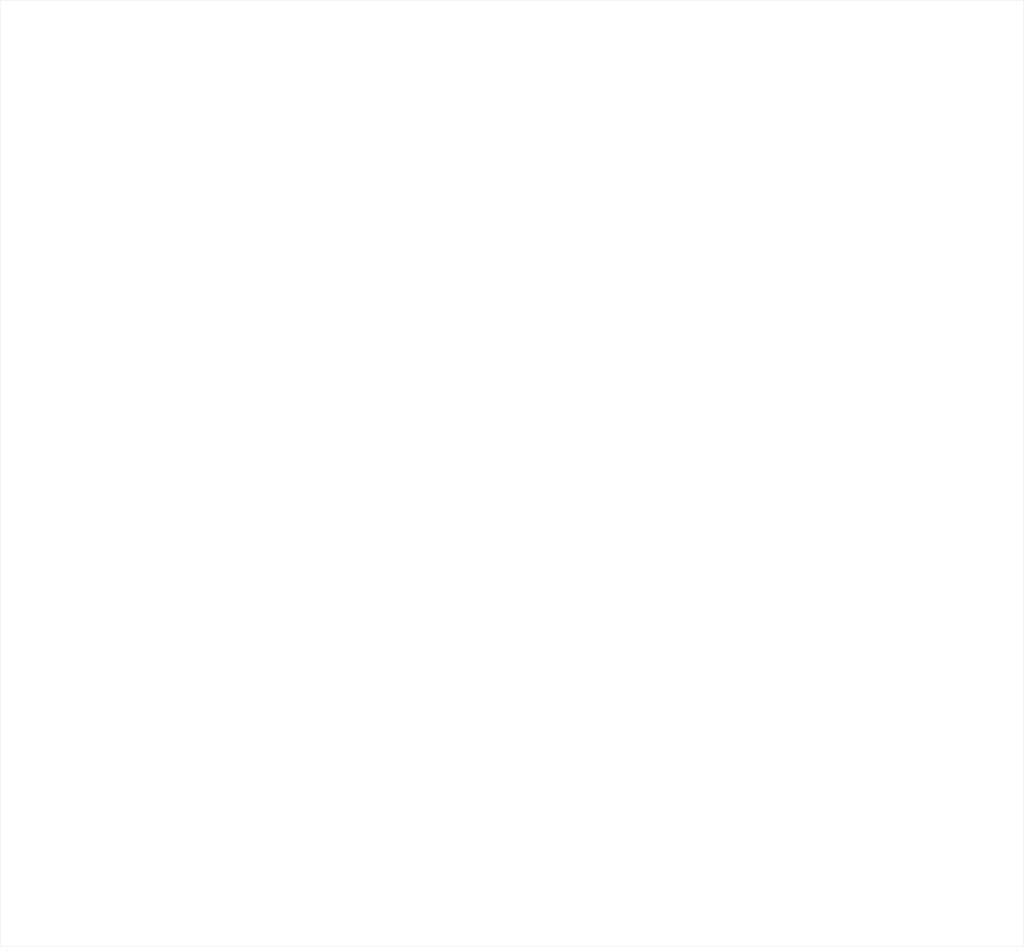
<source format=kicad_pcb>
(kicad_pcb (version 20211014) (generator pcbnew)

  (general
    (thickness 1.6)
  )

  (paper "A4")
  (layers
    (0 "F.Cu" signal)
    (31 "B.Cu" signal)
    (32 "B.Adhes" user "B.Adhesive")
    (33 "F.Adhes" user "F.Adhesive")
    (34 "B.Paste" user)
    (35 "F.Paste" user)
    (36 "B.SilkS" user "B.Silkscreen")
    (37 "F.SilkS" user "F.Silkscreen")
    (38 "B.Mask" user)
    (39 "F.Mask" user)
    (40 "Dwgs.User" user "User.Drawings")
    (41 "Cmts.User" user "User.Comments")
    (42 "Eco1.User" user "User.Eco1")
    (43 "Eco2.User" user "User.Eco2")
    (44 "Edge.Cuts" user)
    (45 "Margin" user)
    (46 "B.CrtYd" user "B.Courtyard")
    (47 "F.CrtYd" user "F.Courtyard")
    (48 "B.Fab" user)
    (49 "F.Fab" user)
  )

  (setup
    (stackup
      (layer "F.SilkS" (type "Top Silk Screen"))
      (layer "F.Paste" (type "Top Solder Paste"))
      (layer "F.Mask" (type "Top Solder Mask") (thickness 0.01))
      (layer "F.Cu" (type "copper") (thickness 0.035))
      (layer "dielectric 1" (type "core") (thickness 1.51) (material "FR4") (epsilon_r 4.5) (loss_tangent 0.02))
      (layer "B.Cu" (type "copper") (thickness 0.035))
      (layer "B.Mask" (type "Bottom Solder Mask") (thickness 0.01))
      (layer "B.Paste" (type "Bottom Solder Paste"))
      (layer "B.SilkS" (type "Bottom Silk Screen"))
      (copper_finish "None")
      (dielectric_constraints no)
    )
    (pad_to_mask_clearance 0.05)
    (solder_mask_min_width 0.254)
    (pcbplotparams
      (layerselection 0x0003000_7ffffffe)
      (disableapertmacros false)
      (usegerberextensions true)
      (usegerberattributes true)
      (usegerberadvancedattributes false)
      (creategerberjobfile true)
      (svguseinch false)
      (svgprecision 6)
      (excludeedgelayer true)
      (plotframeref false)
      (viasonmask true)
      (mode 1)
      (useauxorigin false)
      (hpglpennumber 1)
      (hpglpenspeed 20)
      (hpglpendiameter 15.000000)
      (dxfpolygonmode false)
      (dxfimperialunits false)
      (dxfusepcbnewfont true)
      (psnegative false)
      (psa4output false)
      (plotreference true)
      (plotvalue true)
      (plotinvisibletext false)
      (sketchpadsonfab false)
      (subtractmaskfromsilk true)
      (outputformat 1)
      (mirror false)
      (drillshape 0)
      (scaleselection 1)
      (outputdirectory "plot")
    )
  )

  (net 0 "")

  (gr_rect (start -105 -75) (end 108 122) (layer "Edge.Cuts") (width 0.05) (fill none) (tstamp a6563fd6-1e08-4558-8f4b-e8d9f5300462))
  (gr_line (start -4 55) (end -4 122) (layer "Margin") (width 0.1) (tstamp 0065b180-beb3-4084-b60f-ab8a1e834dd4))
  (gr_line (start 16 36) (end 108 36) (layer "Margin") (width 0.1) (tstamp 145ccd67-725d-4337-b66d-819d63887f7e))
  (gr_line (start -76 9) (end -47 9) (layer "Margin") (width 0.1) (tstamp 1b15d509-647f-4a3f-ac9f-9e4fc9647fb5))
  (gr_line (start -47 9) (end -47 13) (layer "Margin") (width 0.1) (tstamp 4657c143-906f-4d87-8cb5-747f17173229))
  (gr_line (start -105 -56) (end 108 -56) (layer "Margin") (width 0.1) (tstamp 5926d816-415f-4020-8b71-e21c7b218840))
  (gr_line (start -105 55) (end -4 55) (layer "Margin") (width 0.1) (tstamp 6b7ca100-f1fe-4fcc-b647-f91b1d17332c))
  (gr_line (start 16 36) (end -4 55) (layer "Margin") (width 0.1) (tstamp bf1023ea-d256-40fd-9f56-8428117a849e))
  (gr_line (start -105 -21) (end 108 -21) (layer "Margin") (width 0.1) (tstamp c7d54fd4-35b9-48a3-a05b-348e52b7c99b))
  (gr_line (start -47 13) (end -76 13) (layer "Margin") (width 0.1) (tstamp d8b805d1-2734-428f-a8e8-7d18917183b1))
  (gr_line (start -76 13) (end -76 9) (layer "Margin") (width 0.1) (tstamp dc2ee7a0-9dd6-42d3-9fe4-587d10f0bd1e))
  (gr_line (start 16 36) (end 16 -21) (layer "Margin") (width 0.1) (tstamp e17aef4c-677f-49df-a960-0f7d0eaa0ee4))

)

</source>
